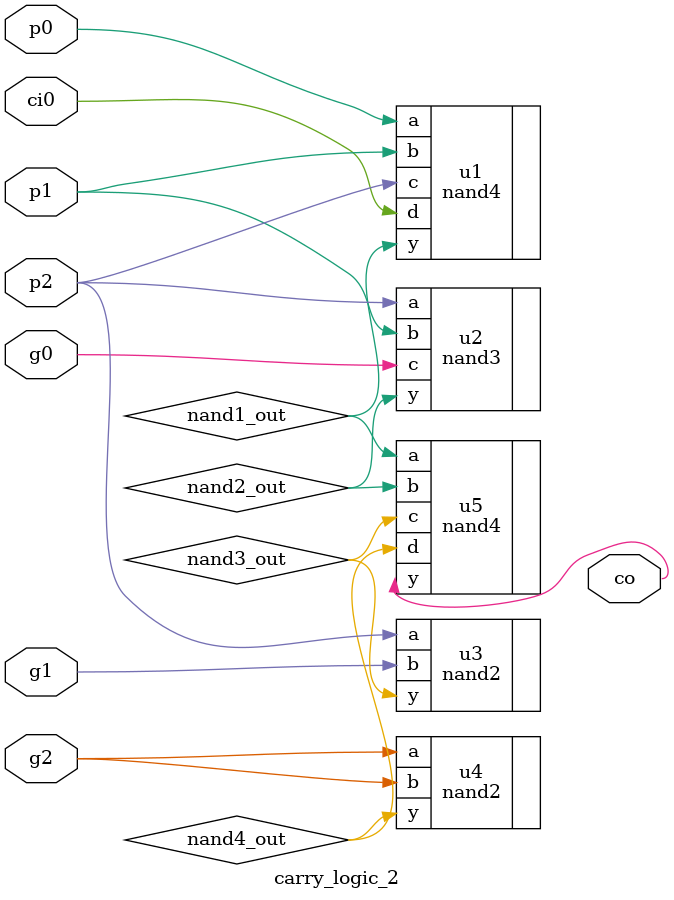
<source format=sv>
module carry_logic_2 (
    input logic p0,
    input logic g0,
    input logic p1,
    input logic g1,
    input logic p2,
    input logic g2,
    input logic ci0,
    output logic co
);

    logic nand1_out;  
    logic nand2_out;  
    logic nand3_out;  
    logic nand4_out;  


// co2  = g2  + p2 g1  + p2 p1 g0  + p2 p1 p0 ci0

nand4 u1 (
	.a(p0), 
	.b(p1), 
    .c(p2),
    .d(ci0),
	.y(nand1_out)
	); 

nand3 u2 (
	.a(p2), 
	.b(p1), 
    .c(g0),
	.y(nand2_out)
	); 

nand2 u3 (
	.a(p2), 
	.b(g1), 
	.y(nand3_out)
	); 

nand2 u4 (
	.a(g2), 
	.b(g2), 
	.y(nand4_out)
	); 

nand4 u5 (
	.a(nand1_out), 
	.b(nand2_out), 
    .c(nand3_out), 
    .d(nand4_out),
	.y(co)
	); 

endmodule
</source>
